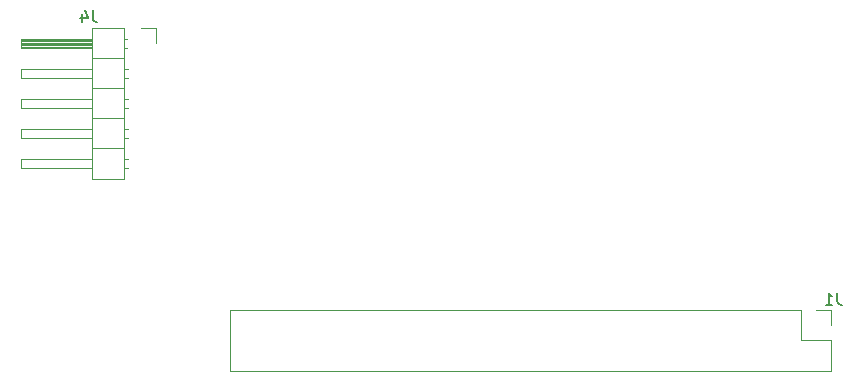
<source format=gbr>
G04 #@! TF.GenerationSoftware,KiCad,Pcbnew,(5.0.2)-1*
G04 #@! TF.CreationDate,2021-03-21T08:53:35+01:00*
G04 #@! TF.ProjectId,Radmesser,5261646d-6573-4736-9572-2e6b69636164,rev?*
G04 #@! TF.SameCoordinates,Original*
G04 #@! TF.FileFunction,Legend,Bot*
G04 #@! TF.FilePolarity,Positive*
%FSLAX46Y46*%
G04 Gerber Fmt 4.6, Leading zero omitted, Abs format (unit mm)*
G04 Created by KiCad (PCBNEW (5.0.2)-1) date 21.03.2021 08:53:35*
%MOMM*%
%LPD*%
G01*
G04 APERTURE LIST*
%ADD10C,0.120000*%
%ADD11C,0.150000*%
G04 APERTURE END LIST*
D10*
G04 #@! TO.C,J1*
X196656000Y-116840000D02*
X196656000Y-115510000D01*
X196656000Y-115510000D02*
X195326000Y-115510000D01*
X196656000Y-118110000D02*
X194056000Y-118110000D01*
X194056000Y-118110000D02*
X194056000Y-115510000D01*
X194056000Y-115510000D02*
X145736000Y-115510000D01*
X145736000Y-120710000D02*
X145736000Y-115510000D01*
X196656000Y-120710000D02*
X145736000Y-120710000D01*
X196656000Y-120710000D02*
X196656000Y-118110000D01*
G04 #@! TO.C,J4*
X139446000Y-91694000D02*
X138176000Y-91694000D01*
X139446000Y-92964000D02*
X139446000Y-91694000D01*
X137133071Y-103504000D02*
X136736000Y-103504000D01*
X137133071Y-102744000D02*
X136736000Y-102744000D01*
X128076000Y-103504000D02*
X134076000Y-103504000D01*
X128076000Y-102744000D02*
X128076000Y-103504000D01*
X134076000Y-102744000D02*
X128076000Y-102744000D01*
X136736000Y-101854000D02*
X134076000Y-101854000D01*
X137133071Y-100964000D02*
X136736000Y-100964000D01*
X137133071Y-100204000D02*
X136736000Y-100204000D01*
X128076000Y-100964000D02*
X134076000Y-100964000D01*
X128076000Y-100204000D02*
X128076000Y-100964000D01*
X134076000Y-100204000D02*
X128076000Y-100204000D01*
X136736000Y-99314000D02*
X134076000Y-99314000D01*
X137133071Y-98424000D02*
X136736000Y-98424000D01*
X137133071Y-97664000D02*
X136736000Y-97664000D01*
X128076000Y-98424000D02*
X134076000Y-98424000D01*
X128076000Y-97664000D02*
X128076000Y-98424000D01*
X134076000Y-97664000D02*
X128076000Y-97664000D01*
X136736000Y-96774000D02*
X134076000Y-96774000D01*
X137133071Y-95884000D02*
X136736000Y-95884000D01*
X137133071Y-95124000D02*
X136736000Y-95124000D01*
X128076000Y-95884000D02*
X134076000Y-95884000D01*
X128076000Y-95124000D02*
X128076000Y-95884000D01*
X134076000Y-95124000D02*
X128076000Y-95124000D01*
X136736000Y-94234000D02*
X134076000Y-94234000D01*
X137066000Y-93344000D02*
X136736000Y-93344000D01*
X137066000Y-92584000D02*
X136736000Y-92584000D01*
X134076000Y-93244000D02*
X128076000Y-93244000D01*
X134076000Y-93124000D02*
X128076000Y-93124000D01*
X134076000Y-93004000D02*
X128076000Y-93004000D01*
X134076000Y-92884000D02*
X128076000Y-92884000D01*
X134076000Y-92764000D02*
X128076000Y-92764000D01*
X134076000Y-92644000D02*
X128076000Y-92644000D01*
X128076000Y-93344000D02*
X134076000Y-93344000D01*
X128076000Y-92584000D02*
X128076000Y-93344000D01*
X134076000Y-92584000D02*
X128076000Y-92584000D01*
X134076000Y-91634000D02*
X136736000Y-91634000D01*
X134076000Y-104454000D02*
X134076000Y-91634000D01*
X136736000Y-104454000D02*
X134076000Y-104454000D01*
X136736000Y-91634000D02*
X136736000Y-104454000D01*
G04 #@! TO.C,J1*
D11*
X197171333Y-114084380D02*
X197171333Y-114798666D01*
X197218952Y-114941523D01*
X197314190Y-115036761D01*
X197457047Y-115084380D01*
X197552285Y-115084380D01*
X196171333Y-115084380D02*
X196742761Y-115084380D01*
X196457047Y-115084380D02*
X196457047Y-114084380D01*
X196552285Y-114227238D01*
X196647523Y-114322476D01*
X196742761Y-114370095D01*
G04 #@! TO.C,J4*
X134124333Y-90146380D02*
X134124333Y-90860666D01*
X134171952Y-91003523D01*
X134267190Y-91098761D01*
X134410047Y-91146380D01*
X134505285Y-91146380D01*
X133219571Y-90479714D02*
X133219571Y-91146380D01*
X133457666Y-90098761D02*
X133695761Y-90813047D01*
X133076714Y-90813047D01*
G04 #@! TD*
M02*

</source>
